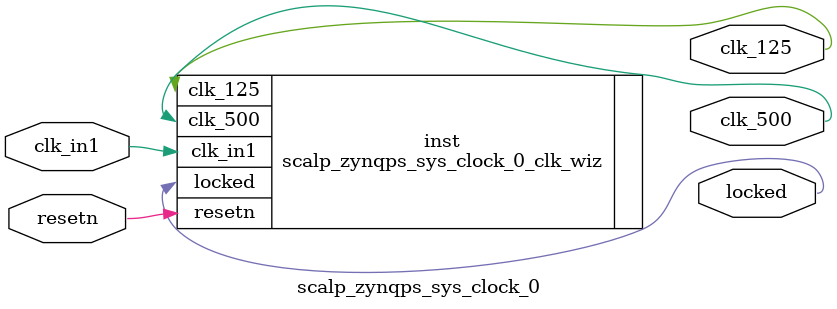
<source format=v>


`timescale 1ps/1ps

(* CORE_GENERATION_INFO = "scalp_zynqps_sys_clock_0,clk_wiz_v6_0_15_0_0,{component_name=scalp_zynqps_sys_clock_0,use_phase_alignment=true,use_min_o_jitter=false,use_max_i_jitter=false,use_dyn_phase_shift=false,use_inclk_switchover=false,use_dyn_reconfig=false,enable_axi=0,feedback_source=FDBK_AUTO,PRIMITIVE=MMCM,num_out_clk=2,clkin1_period=8.000,clkin2_period=10.000,use_power_down=false,use_reset=true,use_locked=true,use_inclk_stopped=false,feedback_type=SINGLE,CLOCK_MGR_TYPE=NA,manual_override=false}" *)

module scalp_zynqps_sys_clock_0 
 (
  // Clock out ports
  output        clk_125,
  output        clk_500,
  // Status and control signals
  input         resetn,
  output        locked,
 // Clock in ports
  input         clk_in1
 );

  scalp_zynqps_sys_clock_0_clk_wiz inst
  (
  // Clock out ports  
  .clk_125(clk_125),
  .clk_500(clk_500),
  // Status and control signals               
  .resetn(resetn), 
  .locked(locked),
 // Clock in ports
  .clk_in1(clk_in1)
  );

endmodule

</source>
